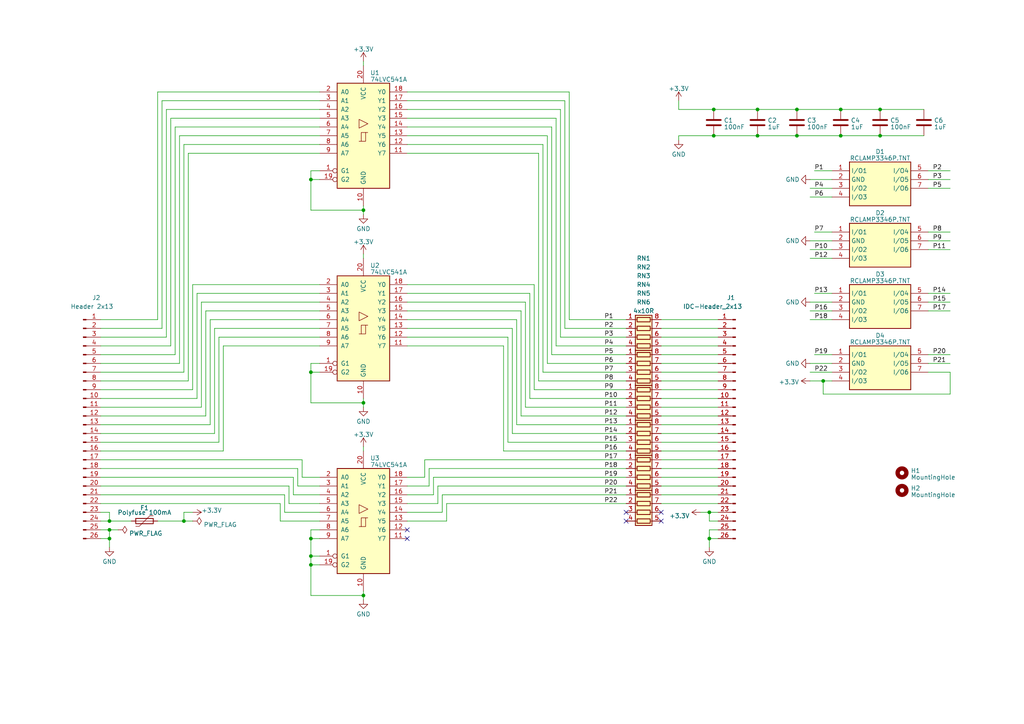
<source format=kicad_sch>
(kicad_sch (version 20230121) (generator eeschema)
  (paper "A4")
  (title_block (title "Mezzanine board for SCAN2000, driver") (date "2023-06-06") (rev "1.0"))
  (lib_symbols
    (symbol "74xx:74HCT541" (pin_names (offset 1.016))
      (property "Reference" "U" (at -7.62 16.51 0))
      (property "Value" "74HCT541" (at -7.62 -16.51 0))
      (symbol "74HCT541_1_0"
        (polyline (pts (xy -0.635 -1.6002) (xy -0.635 0.9398) (xy 0.635 0.9398)))
        (polyline (pts (xy -1.27 -1.6002) (xy 0.635 -1.6002) (xy 0.635 0.9398) (xy 1.27 0.9398)))
        (polyline (pts (xy 1.27 3.4798) (xy -1.27 4.7498) (xy -1.27 2.2098) (xy 1.27 3.4798)) (stroke (width 0.1524)))
        (pin input inverted (at -12.7 -10.16 0) (length 5.08) (name "G1") (number "1"))
        (pin power_in line (at 0 -20.32 90) (length 5.08) (name "GND") (number "10"))
        (pin tri_state line (at 12.7 -5.08 180) (length 5.08) (name "Y7") (number "11"))
        (pin tri_state line (at 12.7 -2.54 180) (length 5.08) (name "Y6") (number "12"))
        (pin tri_state line (at 12.7 0 180) (length 5.08) (name "Y5") (number "13"))
        (pin tri_state line (at 12.7 2.54 180) (length 5.08) (name "Y4") (number "14"))
        (pin tri_state line (at 12.7 5.08 180) (length 5.08) (name "Y3") (number "15"))
        (pin tri_state line (at 12.7 7.62 180) (length 5.08) (name "Y2") (number "16"))
        (pin tri_state line (at 12.7 10.16 180) (length 5.08) (name "Y1") (number "17"))
        (pin tri_state line (at 12.7 12.7 180) (length 5.08) (name "Y0") (number "18"))
        (pin input inverted (at -12.7 -12.7 0) (length 5.08) (name "G2") (number "19"))
        (pin input line (at -12.7 12.7 0) (length 5.08) (name "A0") (number "2"))
        (pin power_in line (at 0 20.32 270) (length 5.08) (name "VCC") (number "20"))
        (pin input line (at -12.7 10.16 0) (length 5.08) (name "A1") (number "3"))
        (pin input line (at -12.7 7.62 0) (length 5.08) (name "A2") (number "4"))
        (pin input line (at -12.7 5.08 0) (length 5.08) (name "A3") (number "5"))
        (pin input line (at -12.7 2.54 0) (length 5.08) (name "A4") (number "6"))
        (pin input line (at -12.7 0 0) (length 5.08) (name "A5") (number "7"))
        (pin input line (at -12.7 -2.54 0) (length 5.08) (name "A6") (number "8"))
        (pin input line (at -12.7 -5.08 0) (length 5.08) (name "A7") (number "9"))
      )
      (symbol "74HCT541_1_1"
        (rectangle (start -7.62 15.24) (end 7.62 -15.24) (stroke (width 0.254)) (fill (type background)))
      )
    )
    (symbol "Connector:Conn_01x26_Pin" (pin_names (offset 1.016) hide)
      (property "Reference" "J" (at 0 33.02 0))
      (property "Value" "Conn_01x26_Pin" (at 0 -35.56 0))
      (symbol "Conn_01x26_Pin_1_1"
        (polyline (pts (xy 1.27 -33.02) (xy 0.8636 -33.02)) (stroke (width 0.1524)))
        (polyline (pts (xy 1.27 -30.48) (xy 0.8636 -30.48)) (stroke (width 0.1524)))
        (polyline (pts (xy 1.27 -27.94) (xy 0.8636 -27.94)) (stroke (width 0.1524)))
        (polyline (pts (xy 1.27 -25.4) (xy 0.8636 -25.4)) (stroke (width 0.1524)))
        (polyline (pts (xy 1.27 -22.86) (xy 0.8636 -22.86)) (stroke (width 0.1524)))
        (polyline (pts (xy 1.27 -20.32) (xy 0.8636 -20.32)) (stroke (width 0.1524)))
        (polyline (pts (xy 1.27 -17.78) (xy 0.8636 -17.78)) (stroke (width 0.1524)))
        (polyline (pts (xy 1.27 -15.24) (xy 0.8636 -15.24)) (stroke (width 0.1524)))
        (polyline (pts (xy 1.27 -12.7) (xy 0.8636 -12.7)) (stroke (width 0.1524)))
        (polyline (pts (xy 1.27 -10.16) (xy 0.8636 -10.16)) (stroke (width 0.1524)))
        (polyline (pts (xy 1.27 -7.62) (xy 0.8636 -7.62)) (stroke (width 0.1524)))
        (polyline (pts (xy 1.27 -5.08) (xy 0.8636 -5.08)) (stroke (width 0.1524)))
        (polyline (pts (xy 1.27 -2.54) (xy 0.8636 -2.54)) (stroke (width 0.1524)))
        (polyline (pts (xy 1.27 0) (xy 0.8636 0)) (stroke (width 0.1524)))
        (polyline (pts (xy 1.27 2.54) (xy 0.8636 2.54)) (stroke (width 0.1524)))
        (polyline (pts (xy 1.27 5.08) (xy 0.8636 5.08)) (stroke (width 0.1524)))
        (polyline (pts (xy 1.27 7.62) (xy 0.8636 7.62)) (stroke (width 0.1524)))
        (polyline (pts (xy 1.27 10.16) (xy 0.8636 10.16)) (stroke (width 0.1524)))
        (polyline (pts (xy 1.27 12.7) (xy 0.8636 12.7)) (stroke (width 0.1524)))
        (polyline (pts (xy 1.27 15.24) (xy 0.8636 15.24)) (stroke (width 0.1524)))
        (polyline (pts (xy 1.27 17.78) (xy 0.8636 17.78)) (stroke (width 0.1524)))
        (polyline (pts (xy 1.27 20.32) (xy 0.8636 20.32)) (stroke (width 0.1524)))
        (polyline (pts (xy 1.27 22.86) (xy 0.8636 22.86)) (stroke (width 0.1524)))
        (polyline (pts (xy 1.27 25.4) (xy 0.8636 25.4)) (stroke (width 0.1524)))
        (polyline (pts (xy 1.27 27.94) (xy 0.8636 27.94)) (stroke (width 0.1524)))
        (polyline (pts (xy 1.27 30.48) (xy 0.8636 30.48)) (stroke (width 0.1524)))
        (rectangle (start 0.8636 -32.893) (end 0 -33.147) (stroke (width 0.1524)) (fill (type outline)))
        (rectangle (start 0.8636 -30.353) (end 0 -30.607) (stroke (width 0.1524)) (fill (type outline)))
        (rectangle (start 0.8636 -27.813) (end 0 -28.067) (stroke (width 0.1524)) (fill (type outline)))
        (rectangle (start 0.8636 -25.273) (end 0 -25.527) (stroke (width 0.1524)) (fill (type outline)))
        (rectangle (start 0.8636 -22.733) (end 0 -22.987) (stroke (width 0.1524)) (fill (type outline)))
        (rectangle (start 0.8636 -20.193) (end 0 -20.447) (stroke (width 0.1524)) (fill (type outline)))
        (rectangle (start 0.8636 -17.653) (end 0 -17.907) (stroke (width 0.1524)) (fill (type outline)))
        (rectangle (start 0.8636 -15.113) (end 0 -15.367) (stroke (width 0.1524)) (fill (type outline)))
        (rectangle (start 0.8636 -12.573) (end 0 -12.827) (stroke (width 0.1524)) (fill (type outline)))
        (rectangle (start 0.8636 -10.033) (end 0 -10.287) (stroke (width 0.1524)) (fill (type outline)))
        (rectangle (start 0.8636 -7.493) (end 0 -7.747) (stroke (width 0.1524)) (fill (type outline)))
        (rectangle (start 0.8636 -4.953) (end 0 -5.207) (stroke (width 0.1524)) (fill (type outline)))
        (rectangle (start 0.8636 -2.413) (end 0 -2.667) (stroke (width 0.1524)) (fill (type outline)))
        (rectangle (start 0.8636 0.127) (end 0 -0.127) (stroke (width 0.1524)) (fill (type outline)))
        (rectangle (start 0.8636 2.667) (end 0 2.413) (stroke (width 0.1524)) (fill (type outline)))
        (rectangle (start 0.8636 5.207) (end 0 4.953) (stroke (width 0.1524)) (fill (type outline)))
        (rectangle (start 0.8636 7.747) (end 0 7.493) (stroke (width 0.1524)) (fill (type outline)))
        (rectangle (start 0.8636 10.287) (end 0 10.033) (stroke (width 0.1524)) (fill (type outline)))
        (rectangle (start 0.8636 12.827) (end 0 12.573) (stroke (width 0.1524)) (fill (type outline)))
        (rectangle (start 0.8636 15.367) (end 0 15.113) (stroke (width 0.1524)) (fill (type outline)))
        (rectangle (start 0.8636 17.907) (end 0 17.653) (stroke (width 0.1524)) (fill (type outline)))
        (rectangle (start 0.8636 20.447) (end 0 20.193) (stroke (width 0.1524)) (fill (type outline)))
        (rectangle (start 0.8636 22.987) (end 0 22.733) (stroke (width 0.1524)) (fill (type outline)))
        (rectangle (start 0.8636 25.527) (end 0 25.273) (stroke (width 0.1524)) (fill (type outline)))
        (rectangle (start 0.8636 28.067) (end 0 27.813) (stroke (width 0.1524)) (fill (type outline)))
        (rectangle (start 0.8636 30.607) (end 0 30.353) (stroke (width 0.1524)) (fill (type outline)))
        (pin passive line (at 5.08 30.48 180) (length 3.81) (name "Pin_1") (number "1"))
        (pin passive line (at 5.08 7.62 180) (length 3.81) (name "Pin_10") (number "10"))
        (pin passive line (at 5.08 5.08 180) (length 3.81) (name "Pin_11") (number "11"))
        (pin passive line (at 5.08 2.54 180) (length 3.81) (name "Pin_12") (number "12"))
        (pin passive line (at 5.08 0 180) (length 3.81) (name "Pin_13") (number "13"))
        (pin passive line (at 5.08 -2.54 180) (length 3.81) (name "Pin_14") (number "14"))
        (pin passive line (at 5.08 -5.08 180) (length 3.81) (name "Pin_15") (number "15"))
        (pin passive line (at 5.08 -7.62 180) (length 3.81) (name "Pin_16") (number "16"))
        (pin passive line (at 5.08 -10.16 180) (length 3.81) (name "Pin_17") (number "17"))
        (pin passive line (at 5.08 -12.7 180) (length 3.81) (name "Pin_18") (number "18"))
        (pin passive line (at 5.08 -15.24 180) (length 3.81) (name "Pin_19") (number "19"))
        (pin passive line (at 5.08 27.94 180) (length 3.81) (name "Pin_2") (number "2"))
        (pin passive line (at 5.08 -17.78 180) (length 3.81) (name "Pin_20") (number "20"))
        (pin passive line (at 5.08 -20.32 180) (length 3.81) (name "Pin_21") (number "21"))
        (pin passive line (at 5.08 -22.86 180) (length 3.81) (name "Pin_22") (number "22"))
        (pin passive line (at 5.08 -25.4 180) (length 3.81) (name "Pin_23") (number "23"))
        (pin passive line (at 5.08 -27.94 180) (length 3.81) (name "Pin_24") (number "24"))
        (pin passive line (at 5.08 -30.48 180) (length 3.81) (name "Pin_25") (number "25"))
        (pin passive line (at 5.08 -33.02 180) (length 3.81) (name "Pin_26") (number "26"))
        (pin passive line (at 5.08 25.4 180) (length 3.81) (name "Pin_3") (number "3"))
        (pin passive line (at 5.08 22.86 180) (length 3.81) (name "Pin_4") (number "4"))
        (pin passive line (at 5.08 20.32 180) (length 3.81) (name "Pin_5") (number "5"))
        (pin passive line (at 5.08 17.78 180) (length 3.81) (name "Pin_6") (number "6"))
        (pin passive line (at 5.08 15.24 180) (length 3.81) (name "Pin_7") (number "7"))
        (pin passive line (at 5.08 12.7 180) (length 3.81) (name "Pin_8") (number "8"))
        (pin passive line (at 5.08 10.16 180) (length 3.81) (name "Pin_9") (number "9"))
      )
    )
    (symbol "Device:C" (pin_numbers hide) (pin_names (offset 0.254))
      (property "Reference" "C" (at 0.635 2.54 0))
      (property "Value" "C" (at 0.635 -2.54 0))
      (symbol "C_0_1"
        (polyline (pts (xy -2.032 -0.762) (xy 2.032 -0.762)) (stroke (width 0.508)))
        (polyline (pts (xy -2.032 0.762) (xy 2.032 0.762)) (stroke (width 0.508)))
      )
      (symbol "C_1_1"
        (pin passive line (at 0 3.81 270) (length 2.794) (name "~") (number "1"))
        (pin passive line (at 0 -3.81 90) (length 2.794) (name "~") (number "2"))
      )
    )
    (symbol "Device:Polyfuse" (pin_numbers hide) (pin_names (offset 0))
      (property "Reference" "F" (at -2.54 0 90))
      (property "Value" "Polyfuse" (at 2.54 0 90))
      (symbol "Polyfuse_0_1"
        (rectangle (start -0.762 2.54) (end 0.762 -2.54) (stroke (width 0.254)))
        (polyline (pts (xy 0 2.54) (xy 0 -2.54)))
        (polyline (pts (xy -1.524 2.54) (xy -1.524 1.524) (xy 1.524 -1.524) (xy 1.524 -2.54)))
      )
      (symbol "Polyfuse_1_1"
        (pin passive line (at 0 3.81 270) (length 1.27) (name "~") (number "1"))
        (pin passive line (at 0 -3.81 90) (length 1.27) (name "~") (number "2"))
      )
    )
    (symbol "Device:R_Pack04" (pin_names (offset 0) hide)
      (property "Reference" "RN" (at -7.62 0 90))
      (property "Value" "R_Pack04" (at 5.08 0 90))
      (symbol "R_Pack04_0_1"
        (rectangle (start -6.35 -2.413) (end 3.81 2.413) (stroke (width 0.254)) (fill (type background)))
        (rectangle (start -5.715 1.905) (end -4.445 -1.905) (stroke (width 0.254)))
        (rectangle (start -3.175 1.905) (end -1.905 -1.905) (stroke (width 0.254)))
        (rectangle (start -0.635 1.905) (end 0.635 -1.905) (stroke (width 0.254)))
        (polyline (pts (xy -5.08 -2.54) (xy -5.08 -1.905)))
        (polyline (pts (xy -5.08 1.905) (xy -5.08 2.54)))
        (polyline (pts (xy -2.54 -2.54) (xy -2.54 -1.905)))
        (polyline (pts (xy -2.54 1.905) (xy -2.54 2.54)))
        (polyline (pts (xy 0 -2.54) (xy 0 -1.905)))
        (polyline (pts (xy 0 1.905) (xy 0 2.54)))
        (polyline (pts (xy 2.54 -2.54) (xy 2.54 -1.905)))
        (polyline (pts (xy 2.54 1.905) (xy 2.54 2.54)))
        (rectangle (start 1.905 1.905) (end 3.175 -1.905) (stroke (width 0.254)))
      )
      (symbol "R_Pack04_1_1"
        (pin passive line (at -5.08 -5.08 90) (length 2.54) (name "R1.1") (number "1"))
        (pin passive line (at -2.54 -5.08 90) (length 2.54) (name "R2.1") (number "2"))
        (pin passive line (at 0 -5.08 90) (length 2.54) (name "R3.1") (number "3"))
        (pin passive line (at 2.54 -5.08 90) (length 2.54) (name "R4.1") (number "4"))
        (pin passive line (at 2.54 5.08 270) (length 2.54) (name "R4.2") (number "5"))
        (pin passive line (at 0 5.08 270) (length 2.54) (name "R3.2") (number "6"))
        (pin passive line (at -2.54 5.08 270) (length 2.54) (name "R2.2") (number "7"))
        (pin passive line (at -5.08 5.08 270) (length 2.54) (name "R1.2") (number "8"))
      )
    )
    (symbol "Mechanical:MountingHole" (pin_names (offset 1.016))
      (property "Reference" "H" (at 0 5.08 0))
      (property "Value" "MountingHole" (at 0 3.175 0))
      (symbol "MountingHole_0_1"
        (circle (center 0 0) (radius 1.27) (stroke (width 1.27)))
      )
    )
    (symbol "RCLAMP3346P_TNT:RCLAMP3346P.TNT"
      (property "Reference" "D" (at 24.13 7.62 0))
      (property "Value" "RCLAMP3346P.TNT" (at 24.13 5.08 0))
      (symbol "RCLAMP3346P.TNT_1_1"
        (rectangle (start 5.08 2.54) (end 22.86 -10.16) (stroke (width 0.254)) (fill (type background)))
        (pin passive line (at 0 0 0) (length 5.08) (name "I/O1") (number "1"))
        (pin passive line (at 0 -2.54 0) (length 5.08) (name "GND") (number "2"))
        (pin passive line (at 0 -5.08 0) (length 5.08) (name "I/O2") (number "3"))
        (pin passive line (at 0 -7.62 0) (length 5.08) (name "I/O3") (number "4"))
        (pin passive line (at 27.94 0 180) (length 5.08) (name "I/O4") (number "5"))
        (pin passive line (at 27.94 -2.54 180) (length 5.08) (name "I/O5") (number "6"))
        (pin passive line (at 27.94 -5.08 180) (length 5.08) (name "I/O6") (number "7"))
      )
    )
    (symbol "power:+3.3V" (power) (pin_names (offset 0))
      (property "Value" "+3.3V" (at 0 3.556 0))
      (symbol "+3.3V_0_1"
        (polyline (pts (xy -0.762 1.27) (xy 0 2.54)))
        (polyline (pts (xy 0 0) (xy 0 2.54)))
        (polyline (pts (xy 0 2.54) (xy 0.762 1.27)))
      )
      (symbol "+3.3V_1_1"
        (pin power_in line (at 0 0 90) (length 0) hide (name "+3.3V") (number "1"))
      )
    )
    (symbol "power:GND" (power) (pin_names (offset 0))
      (property "Value" "GND" (at 0 -3.81 0))
      (symbol "GND_0_1"
        (polyline (pts (xy 0 0) (xy 0 -1.27) (xy 1.27 -1.27) (xy 0 -2.54) (xy -1.27 -1.27) (xy 0 -1.27)))
      )
      (symbol "GND_1_1"
        (pin power_in line (at 0 0 270) (length 0) hide (name "GND") (number "1"))
      )
    )
    (symbol "power:PWR_FLAG" (power) (pin_numbers hide) (pin_names (offset 0) hide)
      (property "Value" "PWR_FLAG" (at 0 3.81 0))
      (symbol "PWR_FLAG_0_0"
        (pin power_out line (at 0 0 90) (length 0) (name "pwr") (number "1"))
      )
      (symbol "PWR_FLAG_0_1"
        (polyline (pts (xy 0 0) (xy 0 1.27) (xy -1.016 1.905) (xy 0 2.54) (xy 1.016 1.905) (xy 0 1.27)))
      )
    )
  )
  (junction (at 90.17 163.83))
  (junction (at 205.74 156.21))
  (junction (at 243.84 31.75))
  (junction (at 219.71 31.75))
  (junction (at 105.41 60.96))
  (junction (at 231.14 39.37))
  (junction (at 105.41 172.72))
  (junction (at 255.27 39.37))
  (junction (at 90.17 161.29))
  (junction (at 238.76 110.49))
  (junction (at 207.01 31.75))
  (junction (at 219.71 39.37))
  (junction (at 207.01 39.37))
  (junction (at 90.17 52.07))
  (junction (at 31.75 156.21))
  (junction (at 90.17 156.21))
  (junction (at 53.34 151.13))
  (junction (at 243.84 39.37))
  (junction (at 31.75 153.67))
  (junction (at 90.17 107.95))
  (junction (at 255.27 31.75))
  (junction (at 31.75 151.13))
  (junction (at 231.14 31.75))
  (junction (at 205.74 148.59))
  (junction (at 105.41 116.84))
  (no_connect (at 118.11 153.67))
  (no_connect (at 191.77 151.13))
  (no_connect (at 118.11 156.21))
  (no_connect (at 191.77 148.59))
  (no_connect (at 181.61 148.59))
  (no_connect (at 181.61 151.13))
  (wire (pts (xy 205.74 153.67) (xy 208.28 153.67)))
  (wire (pts (xy 85.09 138.43) (xy 85.09 143.51)))
  (wire (pts (xy 29.21 138.43) (xy 85.09 138.43)))
  (wire (pts (xy 148.59 125.73) (xy 181.61 125.73)))
  (wire (pts (xy 203.2 148.59) (xy 205.74 148.59)))
  (wire (pts (xy 219.71 39.37) (xy 231.14 39.37)))
  (wire (pts (xy 29.21 113.03) (xy 55.88 113.03)))
  (wire (pts (xy 90.17 52.07) (xy 90.17 60.96)))
  (wire (pts (xy 160.02 102.87) (xy 160.02 36.83)))
  (wire (pts (xy 87.63 138.43) (xy 92.71 138.43)))
  (wire (pts (xy 157.48 107.95) (xy 157.48 41.91)))
  (wire (pts (xy 149.86 92.71) (xy 118.11 92.71)))
  (wire (pts (xy 162.56 97.79) (xy 162.56 31.75)))
  (wire (pts (xy 219.71 31.75) (xy 231.14 31.75)))
  (wire (pts (xy 236.22 85.09) (xy 241.3 85.09)))
  (wire (pts (xy 29.21 151.13) (xy 31.75 151.13)))
  (wire (pts (xy 105.41 73.66) (xy 105.41 74.93)))
  (wire (pts (xy 191.77 146.05) (xy 208.28 146.05)))
  (wire (pts (xy 63.5 128.27) (xy 63.5 97.79)))
  (wire (pts (xy 55.88 82.55) (xy 92.71 82.55)))
  (wire (pts (xy 234.95 105.41) (xy 241.3 105.41)))
  (wire (pts (xy 234.95 72.39) (xy 241.3 72.39)))
  (wire (pts (xy 149.86 123.19) (xy 149.86 92.71)))
  (wire (pts (xy 124.46 135.89) (xy 181.61 135.89)))
  (wire (pts (xy 269.24 105.41) (xy 275.59 105.41)))
  (wire (pts (xy 29.21 156.21) (xy 31.75 156.21)))
  (wire (pts (xy 34.29 153.67) (xy 31.75 153.67)))
  (wire (pts (xy 90.17 60.96) (xy 105.41 60.96)))
  (wire (pts (xy 191.77 128.27) (xy 208.28 128.27)))
  (wire (pts (xy 181.61 138.43) (xy 125.73 138.43)))
  (wire (pts (xy 208.28 148.59) (xy 205.74 148.59)))
  (wire (pts (xy 83.82 146.05) (xy 83.82 140.97)))
  (wire (pts (xy 269.24 107.95) (xy 275.59 107.95)))
  (wire (pts (xy 236.22 49.53) (xy 241.3 49.53)))
  (wire (pts (xy 191.77 120.65) (xy 208.28 120.65)))
  (wire (pts (xy 85.09 143.51) (xy 92.71 143.51)))
  (wire (pts (xy 105.41 116.84) (xy 105.41 115.57)))
  (wire (pts (xy 146.05 100.33) (xy 146.05 130.81)))
  (wire (pts (xy 238.76 114.3) (xy 238.76 110.49)))
  (wire (pts (xy 163.83 95.25) (xy 181.61 95.25)))
  (wire (pts (xy 152.4 118.11) (xy 152.4 87.63)))
  (wire (pts (xy 53.34 107.95) (xy 53.34 41.91)))
  (wire (pts (xy 92.71 146.05) (xy 83.82 146.05)))
  (wire (pts (xy 165.1 26.67) (xy 118.11 26.67)))
  (wire (pts (xy 191.77 110.49) (xy 208.28 110.49)))
  (wire (pts (xy 161.29 100.33) (xy 181.61 100.33)))
  (wire (pts (xy 165.1 92.71) (xy 165.1 26.67)))
  (wire (pts (xy 196.85 39.37) (xy 207.01 39.37)))
  (wire (pts (xy 191.77 102.87) (xy 208.28 102.87)))
  (wire (pts (xy 45.72 26.67) (xy 92.71 26.67)))
  (wire (pts (xy 269.24 102.87) (xy 275.59 102.87)))
  (wire (pts (xy 156.21 110.49) (xy 181.61 110.49)))
  (wire (pts (xy 158.75 105.41) (xy 181.61 105.41)))
  (wire (pts (xy 181.61 118.11) (xy 152.4 118.11)))
  (wire (pts (xy 191.77 143.51) (xy 208.28 143.51)))
  (wire (pts (xy 125.73 138.43) (xy 125.73 143.51)))
  (wire (pts (xy 128.27 148.59) (xy 118.11 148.59)))
  (wire (pts (xy 29.21 118.11) (xy 58.42 118.11)))
  (wire (pts (xy 125.73 143.51) (xy 118.11 143.51)))
  (wire (pts (xy 90.17 156.21) (xy 90.17 161.29)))
  (wire (pts (xy 92.71 90.17) (xy 59.69 90.17)))
  (wire (pts (xy 191.77 100.33) (xy 208.28 100.33)))
  (wire (pts (xy 157.48 41.91) (xy 118.11 41.91)))
  (wire (pts (xy 147.32 128.27) (xy 147.32 97.79)))
  (wire (pts (xy 181.61 143.51) (xy 128.27 143.51)))
  (wire (pts (xy 127 140.97) (xy 181.61 140.97)))
  (wire (pts (xy 105.41 172.72) (xy 105.41 171.45)))
  (wire (pts (xy 62.23 95.25) (xy 62.23 125.73)))
  (wire (pts (xy 118.11 90.17) (xy 151.13 90.17)))
  (wire (pts (xy 153.67 115.57) (xy 181.61 115.57)))
  (wire (pts (xy 191.77 97.79) (xy 208.28 97.79)))
  (wire (pts (xy 236.22 67.31) (xy 241.3 67.31)))
  (wire (pts (xy 196.85 31.75) (xy 207.01 31.75)))
  (wire (pts (xy 154.94 113.03) (xy 154.94 82.55)))
  (wire (pts (xy 46.99 95.25) (xy 29.21 95.25)))
  (wire (pts (xy 151.13 120.65) (xy 181.61 120.65)))
  (wire (pts (xy 191.77 115.57) (xy 208.28 115.57)))
  (wire (pts (xy 118.11 140.97) (xy 124.46 140.97)))
  (wire (pts (xy 92.71 85.09) (xy 57.15 85.09)))
  (wire (pts (xy 153.67 85.09) (xy 153.67 115.57)))
  (wire (pts (xy 58.42 87.63) (xy 92.71 87.63)))
  (wire (pts (xy 151.13 90.17) (xy 151.13 120.65)))
  (wire (pts (xy 181.61 113.03) (xy 154.94 113.03)))
  (wire (pts (xy 105.41 60.96) (xy 105.41 62.23)))
  (wire (pts (xy 92.71 95.25) (xy 62.23 95.25)))
  (wire (pts (xy 55.88 151.13) (xy 53.34 151.13)))
  (wire (pts (xy 181.61 97.79) (xy 162.56 97.79)))
  (wire (pts (xy 146.05 130.81) (xy 181.61 130.81)))
  (wire (pts (xy 52.07 39.37) (xy 52.07 105.41)))
  (wire (pts (xy 64.77 130.81) (xy 29.21 130.81)))
  (wire (pts (xy 234.95 87.63) (xy 241.3 87.63)))
  (wire (pts (xy 269.24 72.39) (xy 275.59 72.39)))
  (wire (pts (xy 123.19 133.35) (xy 123.19 138.43)))
  (wire (pts (xy 90.17 153.67) (xy 90.17 156.21)))
  (wire (pts (xy 87.63 133.35) (xy 87.63 138.43)))
  (wire (pts (xy 90.17 172.72) (xy 105.41 172.72)))
  (wire (pts (xy 236.22 102.87) (xy 241.3 102.87)))
  (wire (pts (xy 90.17 163.83) (xy 90.17 172.72)))
  (wire (pts (xy 269.24 54.61) (xy 275.59 54.61)))
  (wire (pts (xy 196.85 29.21) (xy 196.85 31.75)))
  (wire (pts (xy 191.77 135.89) (xy 208.28 135.89)))
  (wire (pts (xy 59.69 120.65) (xy 29.21 120.65)))
  (wire (pts (xy 181.61 133.35) (xy 123.19 133.35)))
  (wire (pts (xy 205.74 151.13) (xy 208.28 151.13)))
  (wire (pts (xy 234.95 92.71) (xy 241.3 92.71)))
  (wire (pts (xy 207.01 31.75) (xy 219.71 31.75)))
  (wire (pts (xy 118.11 146.05) (xy 127 146.05)))
  (wire (pts (xy 81.28 151.13) (xy 81.28 146.05)))
  (wire (pts (xy 59.69 90.17) (xy 59.69 120.65)))
  (wire (pts (xy 92.71 34.29) (xy 49.53 34.29)))
  (wire (pts (xy 31.75 151.13) (xy 38.1 151.13)))
  (wire (pts (xy 163.83 29.21) (xy 163.83 95.25)))
  (wire (pts (xy 255.27 39.37) (xy 267.97 39.37)))
  (wire (pts (xy 92.71 151.13) (xy 81.28 151.13)))
  (wire (pts (xy 90.17 105.41) (xy 90.17 107.95)))
  (wire (pts (xy 29.21 97.79) (xy 48.26 97.79)))
  (wire (pts (xy 92.71 100.33) (xy 64.77 100.33)))
  (wire (pts (xy 60.96 123.19) (xy 60.96 92.71)))
  (wire (pts (xy 269.24 67.31) (xy 275.59 67.31)))
  (wire (pts (xy 52.07 105.41) (xy 29.21 105.41)))
  (wire (pts (xy 161.29 34.29) (xy 161.29 100.33)))
  (wire (pts (xy 191.77 113.03) (xy 208.28 113.03)))
  (wire (pts (xy 181.61 92.71) (xy 165.1 92.71)))
  (wire (pts (xy 275.59 114.3) (xy 238.76 114.3)))
  (wire (pts (xy 158.75 39.37) (xy 158.75 105.41)))
  (wire (pts (xy 58.42 118.11) (xy 58.42 87.63)))
  (wire (pts (xy 105.41 60.96) (xy 105.41 59.69)))
  (wire (pts (xy 196.85 39.37) (xy 196.85 40.64)))
  (wire (pts (xy 105.41 172.72) (xy 105.41 173.99)))
  (wire (pts (xy 205.74 153.67) (xy 205.74 156.21)))
  (wire (pts (xy 234.95 107.95) (xy 241.3 107.95)))
  (wire (pts (xy 269.24 49.53) (xy 275.59 49.53)))
  (wire (pts (xy 54.61 110.49) (xy 29.21 110.49)))
  (wire (pts (xy 29.21 128.27) (xy 63.5 128.27)))
  (wire (pts (xy 55.88 148.59) (xy 53.34 148.59)))
  (wire (pts (xy 50.8 36.83) (xy 92.71 36.83)))
  (wire (pts (xy 86.36 140.97) (xy 86.36 135.89)))
  (wire (pts (xy 90.17 107.95) (xy 90.17 116.84)))
  (wire (pts (xy 31.75 148.59) (xy 31.75 151.13)))
  (wire (pts (xy 90.17 163.83) (xy 92.71 163.83)))
  (wire (pts (xy 45.72 92.71) (xy 45.72 26.67)))
  (wire (pts (xy 105.41 17.78) (xy 105.41 19.05)))
  (wire (pts (xy 181.61 128.27) (xy 147.32 128.27)))
  (wire (pts (xy 90.17 52.07) (xy 92.71 52.07)))
  (wire (pts (xy 234.95 52.07) (xy 241.3 52.07)))
  (wire (pts (xy 29.21 133.35) (xy 87.63 133.35)))
  (wire (pts (xy 147.32 97.79) (xy 118.11 97.79)))
  (wire (pts (xy 243.84 39.37) (xy 255.27 39.37)))
  (wire (pts (xy 191.77 125.73) (xy 208.28 125.73)))
  (wire (pts (xy 29.21 123.19) (xy 60.96 123.19)))
  (wire (pts (xy 90.17 49.53) (xy 90.17 52.07)))
  (wire (pts (xy 191.77 140.97) (xy 208.28 140.97)))
  (wire (pts (xy 181.61 123.19) (xy 149.86 123.19)))
  (wire (pts (xy 269.24 87.63) (xy 275.59 87.63)))
  (wire (pts (xy 152.4 87.63) (xy 118.11 87.63)))
  (wire (pts (xy 83.82 140.97) (xy 29.21 140.97)))
  (wire (pts (xy 92.71 161.29) (xy 90.17 161.29)))
  (wire (pts (xy 53.34 148.59) (xy 53.34 151.13)))
  (wire (pts (xy 123.19 138.43) (xy 118.11 138.43)))
  (wire (pts (xy 60.96 92.71) (xy 92.71 92.71)))
  (wire (pts (xy 45.72 151.13) (xy 53.34 151.13)))
  (wire (pts (xy 53.34 41.91) (xy 92.71 41.91)))
  (wire (pts (xy 63.5 97.79) (xy 92.71 97.79)))
  (wire (pts (xy 234.95 69.85) (xy 241.3 69.85)))
  (wire (pts (xy 234.95 57.15) (xy 241.3 57.15)))
  (wire (pts (xy 118.11 44.45) (xy 156.21 44.45)))
  (wire (pts (xy 86.36 135.89) (xy 29.21 135.89)))
  (wire (pts (xy 205.74 148.59) (xy 205.74 151.13)))
  (wire (pts (xy 234.95 110.49) (xy 238.76 110.49)))
  (wire (pts (xy 154.94 82.55) (xy 118.11 82.55)))
  (wire (pts (xy 269.24 69.85) (xy 275.59 69.85)))
  (wire (pts (xy 82.55 143.51) (xy 82.55 148.59)))
  (wire (pts (xy 234.95 90.17) (xy 241.3 90.17)))
  (wire (pts (xy 49.53 34.29) (xy 49.53 100.33)))
  (wire (pts (xy 181.61 102.87) (xy 160.02 102.87)))
  (wire (pts (xy 129.54 146.05) (xy 181.61 146.05)))
  (wire (pts (xy 92.71 44.45) (xy 54.61 44.45)))
  (wire (pts (xy 156.21 44.45) (xy 156.21 110.49)))
  (wire (pts (xy 90.17 107.95) (xy 92.71 107.95)))
  (wire (pts (xy 191.77 105.41) (xy 208.28 105.41)))
  (wire (pts (xy 205.74 156.21) (xy 205.74 158.75)))
  (wire (pts (xy 191.77 138.43) (xy 208.28 138.43)))
  (wire (pts (xy 54.61 44.45) (xy 54.61 110.49)))
  (wire (pts (xy 105.41 129.54) (xy 105.41 130.81)))
  (wire (pts (xy 129.54 151.13) (xy 129.54 146.05)))
  (wire (pts (xy 191.77 118.11) (xy 208.28 118.11)))
  (wire (pts (xy 55.88 113.03) (xy 55.88 82.55)))
  (wire (pts (xy 29.21 143.51) (xy 82.55 143.51)))
  (wire (pts (xy 92.71 105.41) (xy 90.17 105.41)))
  (wire (pts (xy 57.15 115.57) (xy 29.21 115.57)))
  (wire (pts (xy 191.77 123.19) (xy 208.28 123.19)))
  (wire (pts (xy 191.77 95.25) (xy 208.28 95.25)))
  (wire (pts (xy 118.11 100.33) (xy 146.05 100.33)))
  (wire (pts (xy 160.02 36.83) (xy 118.11 36.83)))
  (wire (pts (xy 92.71 140.97) (xy 86.36 140.97)))
  (wire (pts (xy 57.15 85.09) (xy 57.15 115.57)))
  (wire (pts (xy 50.8 102.87) (xy 50.8 36.83)))
  (wire (pts (xy 191.77 107.95) (xy 208.28 107.95)))
  (wire (pts (xy 118.11 29.21) (xy 163.83 29.21)))
  (wire (pts (xy 148.59 95.25) (xy 148.59 125.73)))
  (wire (pts (xy 231.14 39.37) (xy 243.84 39.37)))
  (wire (pts (xy 105.41 116.84) (xy 105.41 118.11)))
  (wire (pts (xy 31.75 156.21) (xy 31.75 158.75)))
  (wire (pts (xy 124.46 140.97) (xy 124.46 135.89)))
  (wire (pts (xy 191.77 130.81) (xy 208.28 130.81)))
  (wire (pts (xy 29.21 107.95) (xy 53.34 107.95)))
  (wire (pts (xy 269.24 90.17) (xy 275.59 90.17)))
  (wire (pts (xy 275.59 107.95) (xy 275.59 114.3)))
  (wire (pts (xy 234.95 54.61) (xy 241.3 54.61)))
  (wire (pts (xy 29.21 102.87) (xy 50.8 102.87)))
  (wire (pts (xy 92.71 153.67) (xy 90.17 153.67)))
  (wire (pts (xy 118.11 39.37) (xy 158.75 39.37)))
  (wire (pts (xy 48.26 97.79) (xy 48.26 31.75)))
  (wire (pts (xy 29.21 153.67) (xy 31.75 153.67)))
  (wire (pts (xy 48.26 31.75) (xy 92.71 31.75)))
  (wire (pts (xy 90.17 116.84) (xy 105.41 116.84)))
  (wire (pts (xy 46.99 29.21) (xy 46.99 95.25)))
  (wire (pts (xy 118.11 151.13) (xy 129.54 151.13)))
  (wire (pts (xy 238.76 110.49) (xy 241.3 110.49)))
  (wire (pts (xy 118.11 85.09) (xy 153.67 85.09)))
  (wire (pts (xy 269.24 52.07) (xy 275.59 52.07)))
  (wire (pts (xy 181.61 107.95) (xy 157.48 107.95)))
  (wire (pts (xy 92.71 29.21) (xy 46.99 29.21)))
  (wire (pts (xy 243.84 31.75) (xy 255.27 31.75)))
  (wire (pts (xy 118.11 95.25) (xy 148.59 95.25)))
  (wire (pts (xy 62.23 125.73) (xy 29.21 125.73)))
  (wire (pts (xy 255.27 31.75) (xy 267.97 31.75)))
  (wire (pts (xy 269.24 85.09) (xy 275.59 85.09)))
  (wire (pts (xy 231.14 31.75) (xy 243.84 31.75)))
  (wire (pts (xy 191.77 133.35) (xy 208.28 133.35)))
  (wire (pts (xy 207.01 39.37) (xy 219.71 39.37)))
  (wire (pts (xy 90.17 161.29) (xy 90.17 163.83)))
  (wire (pts (xy 29.21 92.71) (xy 45.72 92.71)))
  (wire (pts (xy 82.55 148.59) (xy 92.71 148.59)))
  (wire (pts (xy 64.77 100.33) (xy 64.77 130.81)))
  (wire (pts (xy 92.71 39.37) (xy 52.07 39.37)))
  (wire (pts (xy 31.75 153.67) (xy 31.75 156.21)))
  (wire (pts (xy 205.74 156.21) (xy 208.28 156.21)))
  (wire (pts (xy 127 146.05) (xy 127 140.97)))
  (wire (pts (xy 90.17 156.21) (xy 92.71 156.21)))
  (wire (pts (xy 29.21 148.59) (xy 31.75 148.59)))
  (wire (pts (xy 191.77 92.71) (xy 208.28 92.71)))
  (wire (pts (xy 81.28 146.05) (xy 29.21 146.05)))
  (wire (pts (xy 234.95 74.93) (xy 241.3 74.93)))
  (wire (pts (xy 162.56 31.75) (xy 118.11 31.75)))
  (wire (pts (xy 128.27 143.51) (xy 128.27 148.59)))
  (wire (pts (xy 49.53 100.33) (xy 29.21 100.33)))
  (wire (pts (xy 118.11 34.29) (xy 161.29 34.29)))
  (wire (pts (xy 92.71 49.53) (xy 90.17 49.53)))
  (label "P21" (at 270.51 105.41 0))
  (label "P10" (at 236.22 72.39 0))
  (label "P11" (at 175.26 118.11 0))
  (label "P3" (at 270.51 52.07 0))
  (label "P9" (at 175.26 113.03 0))
  (label "P13" (at 236.22 85.09 0))
  (label "P20" (at 270.51 102.87 0))
  (label "P14" (at 175.26 125.73 0))
  (label "P11" (at 270.51 72.39 0))
  (label "P4" (at 175.26 100.33 0))
  (label "P2" (at 270.51 49.53 0))
  (label "P17" (at 175.26 133.35 0))
  (label "P12" (at 175.26 120.65 0))
  (label "P18" (at 175.26 135.89 0))
  (label "P14" (at 270.51 85.09 0))
  (label "P5" (at 270.51 54.61 0))
  (label "P16" (at 236.22 90.17 0))
  (label "P17" (at 270.51 90.17 0))
  (label "P16" (at 175.26 130.81 0))
  (label "P15" (at 175.26 128.27 0))
  (label "P1" (at 175.26 92.71 0))
  (label "P8" (at 175.26 110.49 0))
  (label "P5" (at 175.26 102.87 0))
  (label "P6" (at 175.26 105.41 0))
  (label "P3" (at 175.26 97.79 0))
  (label "P10" (at 175.26 115.57 0))
  (label "P13" (at 175.26 123.19 0))
  (label "P6" (at 236.22 57.15 0))
  (label "P19" (at 236.22 102.87 0))
  (label "P7" (at 236.22 67.31 0))
  (label "P1" (at 236.22 49.53 0))
  (label "P22" (at 175.26 146.05 0))
  (label "P12" (at 236.22 74.93 0))
  (label "P22" (at 236.22 107.95 0))
  (label "P2" (at 175.26 95.25 0))
  (label "P15" (at 270.51 87.63 0))
  (label "P9" (at 270.51 69.85 0))
  (label "P18" (at 236.22 92.71 0))
  (label "P19" (at 175.26 138.43 0))
  (label "P7" (at 175.26 107.95 0))
  (label "P21" (at 175.26 143.51 0))
  (label "P8" (at 270.51 67.31 0))
  (label "P4" (at 236.22 54.61 0))
  (label "P20" (at 175.26 140.97 0))
  (symbol (lib_id "RCLAMP3346P_TNT:RCLAMP3346P.TNT") (at 241.3 49.53 0) (unit 1)
    (property "Reference" "D1" (at 255.27 43.9801 0))
    (property "Value" "RCLAMP3346P.TNT" (at 255.27 45.9011 0))
    (property "Footprint" "project_specific_libs:RCLAMP3346PQTNT" (effects hide))
    (property "Datasheet" "https://datasheet.datasheetarchive.com/originals/distributors/DKDS42/DSANUWW0050317.pdf" (effects hide))
    (property "Height" "0.53" (effects hide))
    (property "Manufacturer_Name" "SEMTECH" (effects hide))
    (property "Manufacturer_Part_Number" "RCLAMP3346P.TNT" (effects hide))
    (property "Mouser Part Number" "947-RCLAMP3346P.TNT" (effects hide))
    (property "Mouser Price/Stock" "https://www.mouser.co.uk/ProductDetail/Semtech/RCLAMP3346P.TNT?qs=rBWM4%252BvDhIdWiBQSOdkcxg%3D%3D" (effects hide))
    (property "Arrow Part Number" "RCLAMP3346P.TNT" (effects hide))
    (property "Arrow Price/Stock" "https://www.arrow.com/en/products/rclamp3346p.tnt/semtech?region=europe" (effects hide))
  )
  (symbol (lib_id "Device:C") (at 231.14 35.56 0) (unit 1)
    (property "Reference" "C3" (at 234.061 34.9163 0) (effects (justify left)))
    (property "Value" "100nF" (at 234.061 36.8373 0) (effects (justify left)))
    (property "Footprint" "Capacitor_SMD:C_0603_1608Metric_Pad1.08x0.95mm_HandSolder" (effects hide))
  )
  (symbol (lib_id "power:GND") (at 234.95 52.07 270) (unit 1)
    (property "Reference" "#PWR013" (effects hide))
    (property "Value" "GND" (at 229.87 52.07 90))
  )
  (symbol (lib_id "power:PWR_FLAG") (at 55.88 151.13 270) (mirror x) (unit 1)
    (property "Reference" "#FLG03" (effects hide))
    (property "Value" "PWR_FLAG" (at 59.0549 151.4468 90) (effects (justify left bottom)))
  )
  (symbol (lib_id "Device:R_Pack04") (at 186.69 128.27 270) (unit 1)
    (property "Reference" "RN4" (at 186.69 82.55 90))
    (property "Value" "4x10R" (effects hide))
    (property "Footprint" "Resistor_SMD:R_Array_Convex_4x0603" (effects hide))
  )
  (symbol (lib_id "power:GND") (at 234.95 69.85 270) (unit 1)
    (property "Reference" "#PWR014" (effects hide))
    (property "Value" "GND" (at 229.87 69.85 90))
  )
  (symbol (lib_id "74xx:74HCT541") (at 105.41 151.13 0) (unit 1)
    (property "Reference" "U3" (at 107.3659 132.8801 0) (effects (justify left)))
    (property "Value" "74LVC541A" (at 107.3659 134.8011 0) (effects (justify left)))
    (property "Footprint" "Package_SO:SO-20_12.8x7.5mm_P1.27mm" (effects hide))
    (property "Datasheet" "https://www.mouser.fr/datasheet/2/916/74LVC541A-2937397.pdf" (effects hide))
  )
  (symbol (lib_id "power:+3.3V") (at 196.85 29.21 0) (unit 1)
    (property "Reference" "#PWR017" (effects hide))
    (property "Value" "+3.3V" (at 196.85 25.7081 0))
  )
  (symbol (lib_id "power:+3.3V") (at 105.41 73.66 0) (mirror y) (unit 1)
    (property "Reference" "#PWR09" (effects hide))
    (property "Value" "+3.3V" (at 105.41 70.1581 0))
  )
  (symbol (lib_id "power:+3.3V") (at 203.2 148.59 90) (unit 1)
    (property "Reference" "#PWR01" (effects hide))
    (property "Value" "+3.3V" (at 200.025 148.9068 90) (effects (justify left bottom)))
  )
  (symbol (lib_id "Connector:Conn_01x26_Pin") (at 213.36 123.19 0) (mirror y) (unit 1)
    (property "Reference" "J1" (at 210.82 86.36 0) (effects (justify right)))
    (property "Value" "IDC-Header_2x13" (at 198.12 88.9 0) (effects (justify right)))
    (property "Footprint" "Connector_IDC:IDC-Header_2x13_P2.54mm_Latch_Horizontal" (effects hide))
    (property "Datasheet" "https://www.we-online.com/components/products/datasheet/6120xx22121.pdf" (effects hide))
    (property "MFN" "Würth" (effects hide))
    (property "PN" "61202622121" (effects hide))
  )
  (symbol (lib_id "Device:C") (at 207.01 35.56 0) (unit 1)
    (property "Reference" "C1" (at 209.931 34.9163 0) (effects (justify left)))
    (property "Value" "100nF" (at 209.931 36.8373 0) (effects (justify left)))
    (property "Footprint" "Capacitor_SMD:C_0603_1608Metric_Pad1.08x0.95mm_HandSolder" (effects hide))
  )
  (symbol (lib_id "Device:C") (at 219.71 35.56 0) (unit 1)
    (property "Reference" "C2" (at 222.631 34.9163 0) (effects (justify left)))
    (property "Value" "1uF" (at 222.631 36.8373 0) (effects (justify left)))
    (property "Footprint" "Capacitor_SMD:C_0805_2012Metric_Pad1.18x1.45mm_HandSolder" (effects hide))
  )
  (symbol (lib_id "Device:C") (at 255.27 35.56 0) (unit 1)
    (property "Reference" "C5" (at 258.191 34.9163 0) (effects (justify left)))
    (property "Value" "100nF" (at 258.191 36.8373 0) (effects (justify left)))
    (property "Footprint" "Capacitor_SMD:C_0603_1608Metric_Pad1.08x0.95mm_HandSolder" (effects hide))
  )
  (symbol (lib_id "power:+3.3V") (at 105.41 129.54 0) (mirror y) (unit 1)
    (property "Reference" "#PWR011" (effects hide))
    (property "Value" "+3.3V" (at 105.41 126.0381 0))
  )
  (symbol (lib_id "Device:R_Pack04") (at 186.69 138.43 270) (unit 1)
    (property "Reference" "RN5" (at 186.69 85.09 90))
    (property "Value" "4x10R" (effects hide))
    (property "Footprint" "Resistor_SMD:R_Array_Convex_4x0603" (effects hide))
  )
  (symbol (lib_id "power:GND") (at 234.95 105.41 270) (unit 1)
    (property "Reference" "#PWR016" (effects hide))
    (property "Value" "GND" (at 229.87 105.41 90))
  )
  (symbol (lib_id "power:+3.3V") (at 105.41 17.78 0) (mirror y) (unit 1)
    (property "Reference" "#PWR07" (effects hide))
    (property "Value" "+3.3V" (at 105.41 14.2781 0))
  )
  (symbol (lib_id "Connector:Conn_01x26_Pin") (at 24.13 123.19 0) (unit 1)
    (property "Reference" "J2" (at 27.94 86.36 0))
    (property "Value" "Header 2x13" (at 26.67 88.9 0))
    (property "Footprint" "Connector_PinHeader_2.54mm:PinHeader_2x13_P2.54mm_Vertical" (effects hide))
  )
  (symbol (lib_id "power:GND") (at 31.75 158.75 0) (mirror y) (unit 1)
    (property "Reference" "#PWR04" (effects hide))
    (property "Value" "GND" (at 31.75 162.8855 0))
  )
  (symbol (lib_id "power:PWR_FLAG") (at 34.29 153.67 270) (mirror x) (unit 1)
    (property "Reference" "#FLG04" (effects hide))
    (property "Value" "PWR_FLAG" (at 37.4649 153.9868 90) (effects (justify left bottom)))
  )
  (symbol (lib_id "Device:R_Pack04") (at 186.69 148.59 270) (unit 1)
    (property "Reference" "RN6" (at 186.69 87.63 90))
    (property "Value" "4x10R" (effects hide))
    (property "Footprint" "Resistor_SMD:R_Array_Convex_4x0603" (effects hide))
  )
  (symbol (lib_id "74xx:74HCT541") (at 105.41 39.37 0) (unit 1)
    (property "Reference" "U1" (at 107.3659 21.1201 0) (effects (justify left)))
    (property "Value" "74LVC541A" (at 107.3659 23.0411 0) (effects (justify left)))
    (property "Footprint" "Package_SO:SO-20_12.8x7.5mm_P1.27mm" (effects hide))
    (property "Datasheet" "https://www.mouser.fr/datasheet/2/916/74LVC541A-2937397.pdf" (effects hide))
  )
  (symbol (lib_id "power:GND") (at 205.74 158.75 0) (unit 1)
    (property "Reference" "#PWR02" (effects hide))
    (property "Value" "GND" (at 205.74 162.8855 0))
  )
  (symbol (lib_id "Mechanical:MountingHole") (at 261.62 142.24 0) (unit 1)
    (property "Reference" "H2" (at 264.16 141.5963 0) (effects (justify left)))
    (property "Value" "MountingHole" (at 264.16 143.5173 0) (effects (justify left)))
    (property "Footprint" "MountingHole:MountingHole_3.2mm_M3_DIN965" (effects hide))
  )
  (symbol (lib_id "power:GND") (at 234.95 87.63 270) (unit 1)
    (property "Reference" "#PWR015" (effects hide))
    (property "Value" "GND" (at 229.87 87.63 90))
  )
  (symbol (lib_id "power:+3.3V") (at 55.88 148.59 270) (mirror x) (unit 1)
    (property "Reference" "#PWR03" (effects hide))
    (property "Value" "+3.3V" (at 58.42 147.32 90) (effects (justify left bottom)))
  )
  (symbol (lib_id "RCLAMP3346P_TNT:RCLAMP3346P.TNT") (at 241.3 102.87 0) (unit 1)
    (property "Reference" "D4" (at 255.27 97.3201 0))
    (property "Value" "RCLAMP3346P.TNT" (at 255.27 99.2411 0))
    (property "Footprint" "project_specific_libs:RCLAMP3346PQTNT" (effects hide))
    (property "Datasheet" "https://datasheet.datasheetarchive.com/originals/distributors/DKDS42/DSANUWW0050317.pdf" (effects hide))
    (property "Height" "0.53" (effects hide))
    (property "Manufacturer_Name" "SEMTECH" (effects hide))
    (property "Manufacturer_Part_Number" "RCLAMP3346P.TNT" (effects hide))
    (property "Mouser Part Number" "947-RCLAMP3346P.TNT" (effects hide))
    (property "Mouser Price/Stock" "https://www.mouser.co.uk/ProductDetail/Semtech/RCLAMP3346P.TNT?qs=rBWM4%252BvDhIdWiBQSOdkcxg%3D%3D" (effects hide))
    (property "Arrow Part Number" "RCLAMP3346P.TNT" (effects hide))
    (property "Arrow Price/Stock" "https://www.arrow.com/en/products/rclamp3346p.tnt/semtech?region=europe" (effects hide))
  )
  (symbol (lib_id "RCLAMP3346P_TNT:RCLAMP3346P.TNT") (at 241.3 85.09 0) (unit 1)
    (property "Reference" "D3" (at 255.27 79.5401 0))
    (property "Value" "RCLAMP3346P.TNT" (at 255.27 81.4611 0))
    (property "Footprint" "project_specific_libs:RCLAMP3346PQTNT" (effects hide))
    (property "Datasheet" "https://datasheet.datasheetarchive.com/originals/distributors/DKDS42/DSANUWW0050317.pdf" (effects hide))
    (property "Height" "0.53" (effects hide))
    (property "Manufacturer_Name" "SEMTECH" (effects hide))
    (property "Manufacturer_Part_Number" "RCLAMP3346P.TNT" (effects hide))
    (property "Mouser Part Number" "947-RCLAMP3346P.TNT" (effects hide))
    (property "Mouser Price/Stock" "https://www.mouser.co.uk/ProductDetail/Semtech/RCLAMP3346P.TNT?qs=rBWM4%252BvDhIdWiBQSOdkcxg%3D%3D" (effects hide))
    (property "Arrow Part Number" "RCLAMP3346P.TNT" (effects hide))
    (property "Arrow Price/Stock" "https://www.arrow.com/en/products/rclamp3346p.tnt/semtech?region=europe" (effects hide))
  )
  (symbol (lib_id "power:GND") (at 105.41 173.99 0) (unit 1)
    (property "Reference" "#PWR010" (effects hide))
    (property "Value" "GND" (at 105.41 178.1255 0))
  )
  (symbol (lib_id "Device:C") (at 267.97 35.56 0) (unit 1)
    (property "Reference" "C6" (at 270.891 34.9163 0) (effects (justify left)))
    (property "Value" "1uF" (at 270.891 36.8373 0) (effects (justify left)))
    (property "Footprint" "Capacitor_SMD:C_0805_2012Metric_Pad1.18x1.45mm_HandSolder" (effects hide))
  )
  (symbol (lib_id "Mechanical:MountingHole") (at 261.62 137.16 0) (unit 1)
    (property "Reference" "H1" (at 264.16 136.5163 0) (effects (justify left)))
    (property "Value" "MountingHole" (at 264.16 138.4373 0) (effects (justify left)))
    (property "Footprint" "MountingHole:MountingHole_3.2mm_M3_DIN965" (effects hide))
  )
  (symbol (lib_id "RCLAMP3346P_TNT:RCLAMP3346P.TNT") (at 241.3 67.31 0) (unit 1)
    (property "Reference" "D2" (at 255.27 61.7601 0))
    (property "Value" "RCLAMP3346P.TNT" (at 255.27 63.6811 0))
    (property "Footprint" "project_specific_libs:RCLAMP3346PQTNT" (effects hide))
    (property "Datasheet" "https://datasheet.datasheetarchive.com/originals/distributors/DKDS42/DSANUWW0050317.pdf" (effects hide))
    (property "Height" "0.53" (effects hide))
    (property "Manufacturer_Name" "SEMTECH" (effects hide))
    (property "Manufacturer_Part_Number" "RCLAMP3346P.TNT" (effects hide))
    (property "Mouser Part Number" "947-RCLAMP3346P.TNT" (effects hide))
    (property "Mouser Price/Stock" "https://www.mouser.co.uk/ProductDetail/Semtech/RCLAMP3346P.TNT?qs=rBWM4%252BvDhIdWiBQSOdkcxg%3D%3D" (effects hide))
    (property "Arrow Part Number" "RCLAMP3346P.TNT" (effects hide))
    (property "Arrow Price/Stock" "https://www.arrow.com/en/products/rclamp3346p.tnt/semtech?region=europe" (effects hide))
  )
  (symbol (lib_id "power:+3.3V") (at 234.95 110.49 90) (unit 1)
    (property "Reference" "#PWR05" (effects hide))
    (property "Value" "+3.3V" (at 231.775 110.8068 90) (effects (justify left)))
  )
  (symbol (lib_id "power:GND") (at 105.41 62.23 0) (unit 1)
    (property "Reference" "#PWR06" (effects hide))
    (property "Value" "GND" (at 105.41 66.3655 0))
  )
  (symbol (lib_id "power:GND") (at 196.85 40.64 0) (unit 1)
    (property "Reference" "#PWR012" (effects hide))
    (property "Value" "GND" (at 196.85 44.7755 0))
  )
  (symbol (lib_id "power:GND") (at 105.41 118.11 0) (unit 1)
    (property "Reference" "#PWR08" (effects hide))
    (property "Value" "GND" (at 105.41 122.2455 0))
  )
  (symbol (lib_id "Device:R_Pack04") (at 186.69 118.11 270) (unit 1)
    (property "Reference" "RN3" (at 186.69 80.01 90))
    (property "Value" "4x10R" (effects hide))
    (property "Footprint" "Resistor_SMD:R_Array_Convex_4x0603" (effects hide))
  )
  (symbol (lib_id "Device:Polyfuse") (at 41.91 151.13 90) (unit 1)
    (property "Reference" "F1" (at 41.91 147.32 90))
    (property "Value" "Polyfuse 100mA" (at 41.91 148.6441 90))
    (property "Footprint" "Resistor_SMD:R_1206_3216Metric_Pad1.30x1.75mm_HandSolder" (effects hide))
  )
  (symbol (lib_id "Device:R_Pack04") (at 186.69 107.95 270) (unit 1)
    (property "Reference" "RN2" (at 186.69 77.47 90))
    (property "Value" "4x10R" (effects hide))
    (property "Footprint" "Resistor_SMD:R_Array_Convex_4x0603" (effects hide))
  )
  (symbol (lib_id "Device:R_Pack04") (at 186.69 97.79 270) (unit 1)
    (property "Reference" "RN1" (at 186.69 74.93 90))
    (property "Value" "4x10R" (at 186.69 90.17 90))
    (property "Footprint" "Resistor_SMD:R_Array_Convex_4x0603" (effects hide))
  )
  (symbol (lib_id "74xx:74HCT541") (at 105.41 95.25 0) (unit 1)
    (property "Reference" "U2" (at 107.3659 77.0001 0) (effects (justify left)))
    (property "Value" "74LVC541A" (at 107.3659 78.9211 0) (effects (justify left)))
    (property "Footprint" "Package_SO:SO-20_12.8x7.5mm_P1.27mm" (effects hide))
    (property "Datasheet" "https://www.mouser.fr/datasheet/2/916/74LVC541A-2937397.pdf" (effects hide))
  )
  (symbol (lib_id "Device:C") (at 243.84 35.56 0) (unit 1)
    (property "Reference" "C4" (at 246.761 34.9163 0) (effects (justify left)))
    (property "Value" "1uF" (at 246.761 36.8373 0) (effects (justify left)))
    (property "Footprint" "Capacitor_SMD:C_0805_2012Metric_Pad1.18x1.45mm_HandSolder" (effects hide))
  )
)
</source>
